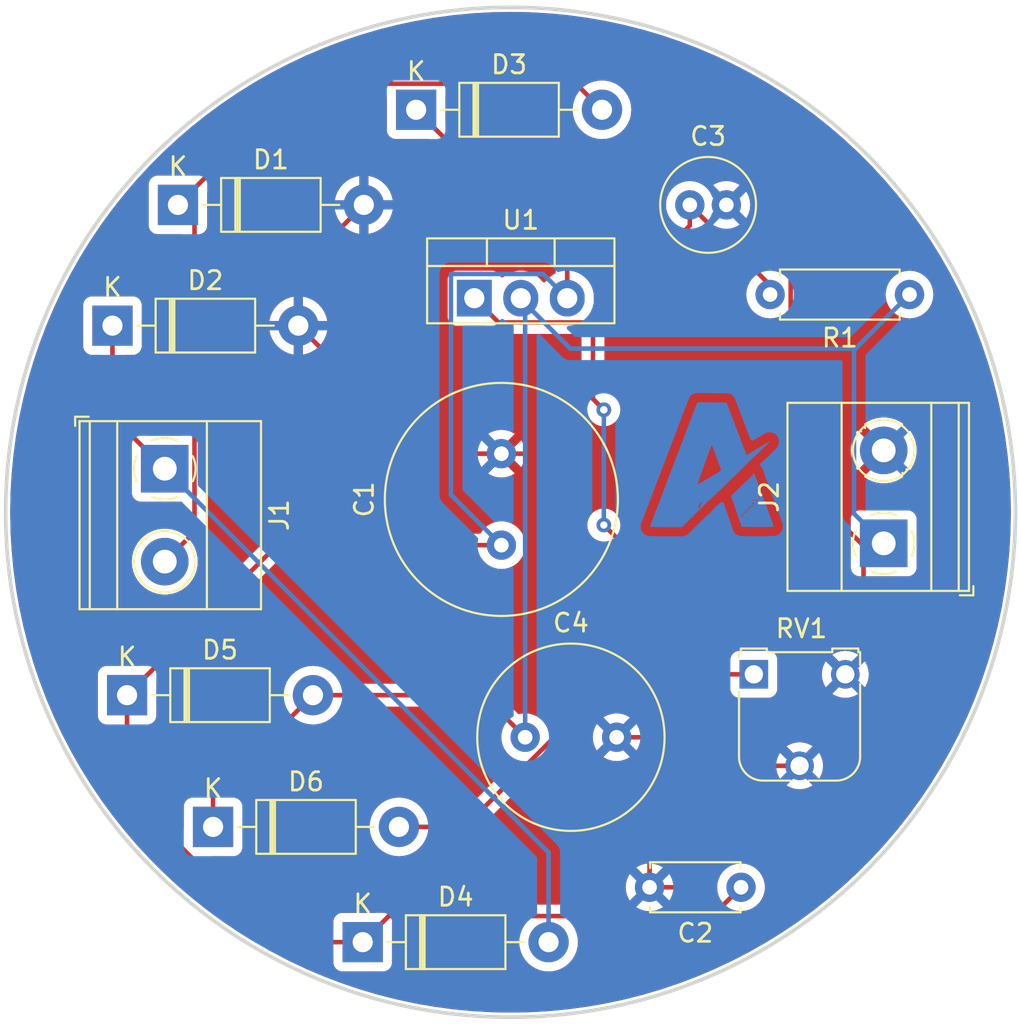
<source format=kicad_pcb>
(kicad_pcb (version 20221018) (generator pcbnew)
  (layers (0 "F.Cu" signal) (31 "B.Cu" signal) (34 "B.Paste" user) (35 "F.Paste" user) (36 "B.SilkS" user "B.Silkscreen") (37 "F.SilkS" user "F.Silkscreen") (38 "B.Mask" user) (39 "F.Mask" user) (44 "Edge.Cuts" user))
  (net 0 "")
  (net 1 "GND")
  (net 2 "Net-(D1-K)")
  (net 3 "Net-(D5-A)")
  (net 4 "Net-(D6-A)")
  (net 5 "Net-(D3-K)")
  (net 6 "Net-(D2-K)")
  (footprint "Capacitor_THT:C_Radial_D12.5mm_H20.0mm_P5.00mm" (layer "F.Cu") (at 67.9 67.6 90)
    (fp_text reference "C1")
    (fp_text value "1000uf")
  )
  (footprint "TerminalBlock_Phoenix:TerminalBlock_Phoenix_MKDS-1,5-2-5.08_1x02_P5.08mm_Horizontal" (layer "F.Cu") (at 49.5 63.42 -90)
    (fp_text reference "J1")
    (fp_text value "Screw_Terminal_01x02")
  )
  (footprint "Package_TO_SOT_THT:TO-220-3_Vertical" (layer "F.Cu") (at 66.42 54.1)
    (fp_text reference "U1")
    (fp_text value "LM317_TO-220")
  )
  (footprint "Diode_THT:D_DO-41_SOD81_P10.16mm_Horizontal" (layer "F.Cu") (at 63.24 43.8)
    (fp_text reference "D3")
    (fp_text value "1N4007")
  )
  (footprint "Resistor_THT:R_Axial_DIN0207_L6.3mm_D2.5mm_P7.62mm_Horizontal" (layer "F.Cu") (at 90.21 53.9 180)
    (fp_text reference "R1")
    (fp_text value "220")
  )
  (footprint "Diode_THT:D_DO-41_SOD81_P10.16mm_Horizontal" (layer "F.Cu") (at 60.32 89.3)
    (fp_text reference "D4")
    (fp_text value "1N4007")
  )
  (footprint "Diode_THT:D_DO-41_SOD81_P10.16mm_Horizontal" (layer "F.Cu") (at 50.22 49)
    (fp_text reference "D1")
    (fp_text value "1N4007")
  )
  (footprint "Potentiometer_THT:Potentiometer_Runtron_RM-065_Vertical" (layer "F.Cu") (at 81.7 74.66)
    (fp_text reference "RV1")
    (fp_text value "R_Potentiometer")
  )
  (footprint "Diode_THT:D_DO-41_SOD81_P10.16mm_Horizontal" (layer "F.Cu") (at 52.14 83)
    (fp_text reference "D6")
    (fp_text value "1N4007")
  )
  (footprint "Capacitor_THT:C_Radial_D5.0mm_H11.0mm_P2.00mm" (layer "F.Cu") (at 78.2 49)
    (fp_text reference "C3")
    (fp_text value "10uf")
  )
  (footprint "Capacitor_THT:C_Radial_D10.0mm_H12.5mm_P5.00mm" (layer "F.Cu") (at 69.2 78.1)
    (fp_text reference "C4")
    (fp_text value "470uf")
  )
  (footprint "Diode_THT:D_DO-41_SOD81_P10.16mm_Horizontal" (layer "F.Cu") (at 47.44 75.8)
    (fp_text reference "D5")
    (fp_text value "1N4007")
  )
  (footprint "Diode_THT:D_DO-41_SOD81_P10.16mm_Horizontal" (layer "F.Cu") (at 46.64 55.6)
    (fp_text reference "D2")
    (fp_text value "1N4007")
  )
  (footprint "Capacitor_THT:C_Disc_D4.7mm_W2.5mm_P5.00mm" (layer "F.Cu") (at 81 86.3 180)
    (fp_text reference "C2")
    (fp_text value "0.1uf")
  )
  (footprint "TerminalBlock_Phoenix:TerminalBlock_Phoenix_MKDS-1,5-2-5.08_1x02_P5.08mm_Horizontal" (layer "F.Cu") (at 88.8 67.5 90)
    (fp_text reference "J2")
    (fp_text value "Screw_Terminal_01x02")
  )
  (gr_poly (pts (xy 79.412019 59.792166) (xy 80.210708 59.800633) (xy 80.543731 60.675522) (xy 81.043264 61.987856) (xy 81.101087 62.141617) (xy 81.151832 62.274972) (xy 81.195565 62.388153) (xy 81.232353 62.481391) (xy 81.262262 62.554918) (xy 81.285358 62.608964) (xy 81.294371 62.628755) (xy 81.301707 62.643762) (xy 81.307372 62.654016) (xy 81.311375 62.659544) (xy 81.315085 62.660527) (xy 81.322272 62.659075) (xy 81.348813 62.647858) (xy 81.394471 62.623875) (xy 81.462717 62.585108) (xy 81.680866 62.455153) (xy 82.031042 62.241855) (xy 82.253479 62.105788) (xy 82.414599 62.008978) (xy 82.473013 61.975408) (xy 82.517114 61.951789) (xy 82.547243 61.938166) (xy 82.557173 61.935118) (xy 82.563736 61.934586) (xy 82.565769 61.935265) (xy 82.566976 61.936575) (xy 82.566935 61.941092) (xy 82.563654 61.948142) (xy 82.557177 61.957731) (xy 82.534802 61.984549) (xy 82.500148 62.02159) (xy 82.395362 62.126525) (xy 82.245531 62.2729) (xy 82.079637 62.4324) (xy 81.938614 62.566764) (xy 81.881894 62.619972) (xy 81.836749 62.66144) (xy 81.804966 62.689348) (xy 81.794643 62.697649) (xy 81.78833 62.701877) (xy 81.77084 62.716209) (xy 81.734664 62.749326) (xy 81.615117 62.86345) (xy 81.447415 63.027315) (xy 81.249287 63.223988) (xy 80.551007 63.913096) (xy 79.875217 64.56913) (xy 79.356589 65.06271) (xy 79.198297 65.208148) (xy 79.151771 65.248454) (xy 79.129797 65.264455) (xy 79.127425 65.265298) (xy 79.125073 65.266236) (xy 79.120443 65.268385) (xy 79.115938 65.270873) (xy 79.111585 65.273671) (xy 79.107414 65.276751) (xy 79.103455 65.280082) (xy 79.099735 65.283637) (xy 79.096283 65.287386) (xy 79.09313 65.2913) (xy 79.090303 65.295351) (xy 79.087831 65.299509) (xy 79.086738 65.301619) (xy 79.085744 65.303746) (xy 79.084854 65.305885) (xy 79.08407 65.308032) (xy 79.083398 65.310185) (xy 79.082839 65.312339) (xy 79.082398 65.314491) (xy 79.082079 65.316638) (xy 79.081885 65.318775) (xy 79.081819 65.320899) (xy 79.081737 65.323007) (xy 79.081494 65.325097) (xy 79.081094 65.327166) (xy 79.08054 65.329212) (xy 79.079838 65.331233) (xy 79.078991 65.333227) (xy 79.078004 65.335193) (xy 79.07688 65.337127) (xy 79.075624 65.339029) (xy 79.07424 65.340895) (xy 79.071104 65.344514) (xy 79.067504 65.347967) (xy 79.063475 65.351238) (xy 79.059049 65.354311) (xy 79.054259 65.35717) (xy 79.049138 65.359796) (xy 79.043719 65.362175) (xy 79.038036 65.364288) (xy 79.032122 65.366121) (xy 79.026009 65.367656) (xy 79.019731 65.368877) (xy 79.012025 65.370133) (xy 79.008348 65.370909) (xy 79.004787 65.371782) (xy 79.001345 65.372753) (xy 78.99802 65.37382) (xy 78.994815 65.374983) (xy 78.991729 65.376242) (xy 78.988763 65.377595) (xy 78.985917 65.379044) (xy 78.983192 65.380586) (xy 78.980589 65.382222) (xy 78.978107 65.383951) (xy 78.975749 65.385773) (xy 78.973513 65.387686) (xy 78.9714 65.389691) (xy 78.969412 65.391787) (xy 78.967548 65.393973) (xy 78.965809 65.39625) (xy 78.964196 65.398615) (xy 78.962709 65.40107) (xy 78.961348 65.403613) (xy 78.960115 65.406243) (xy 78.959009 65.408962) (xy 78.958031 65.411766) (xy 78.957182 65.414658) (xy 78.956463 65.417635) (xy 78.955873 65.420697) (xy 78.955413 65.423844) (xy 78.955084 65.427075) (xy 78.954886 65.43039) (xy 78.95482 65.433788) (xy 78.954787 65.436425) (xy 78.95469 65.439041) (xy 78.954531 65.441633) (xy 78.954313 65.444195) (xy 78.954036 65.446725) (xy 78.953703 65.449217) (xy 78.953317 65.451668) (xy 78.952879 65.454073) (xy 78.952392 65.456429) (xy 78.951857 65.458731) (xy 78.951276 65.460975) (xy 78.950652 65.463157) (xy 78.949987 65.465273) (xy 78.949283 65.467319) (xy 78.948541 65.46929) (xy 78.947764 65.471183) (xy 78.946954 65.472993) (xy 78.946113 65.474716) (xy 78.945243 65.476349) (xy 78.944346 65.477886) (xy 78.943425 65.479324) (xy 78.942481 65.480659) (xy 78.941516 65.481886) (xy 78.940532 65.483001) (xy 78.939532 65.484001) (xy 78.938517 65.484881) (xy 78.93749 65.485637) (xy 78.936453 65.486265) (xy 78.935407 65.48676) (xy 78.934356 65.487119) (xy 78.9333 65.487338) (xy 78.932242 65.487411) (xy 78.926703 65.49034) (xy 78.915578 65.498932) (xy 78.877781 65.531949) (xy 78.821265 65.584149) (xy 78.748444 65.653217) (xy 78.563545 65.832692) (xy 78.342397 66.051855) (xy 77.77513 66.613478) (xy 76.897419 66.613478) (xy 76.721146 66.612971) (xy 76.55668 66.611538) (xy 76.407626 66.609311) (xy 76.277589 66.606422) (xy 76.170174 66.603005) (xy 76.088985 66.59919) (xy 76.037628 66.595111) (xy 76.024263 66.593013) (xy 76.020856 66.591957) (xy 76.019708 66.590899) (xy 76.033059 66.549145) (xy 76.068833 66.450009) (xy 76.181986 66.147458) (xy 76.30784 65.818978) (xy 76.395064 65.6003) (xy 76.406176 65.573329) (xy 76.414643 65.552278) (xy 76.421258 65.534865) (xy 76.426814 65.518808) (xy 76.430759 65.506147) (xy 78.676687 65.506147) (xy 78.676753 65.515458) (xy 78.677306 65.524277) (xy 78.678357 65.532543) (xy 78.679917 65.540196) (xy 78.681999 65.547174) (xy 78.684612 65.553419) (xy 78.68777 65.558868) (xy 78.691482 65.563462) (xy 78.695761 65.567141) (xy 78.700617 65.569843) (xy 78.706063 65.571509) (xy 78.712109 65.572078) (xy 78.717732 65.57178) (xy 78.720396 65.571406) (xy 78.722962 65.570882) (xy 78.725431 65.570207) (xy 78.727804 65.56938) (xy 78.73008 65.568402) (xy 78.732261 65.567271) (xy 78.734347 65.565987) (xy 78.736338 65.56455) (xy 78.738235 65.562959) (xy 78.740039 65.561213) (xy 78.741749 65.559313) (xy 78.743367 65.557256) (xy 78.744893 65.555044) (xy 78.746328 65.552675) (xy 78.748925 65.547465) (xy 78.751162 65.541623) (xy 78.753044 65.535144) (xy 78.754574 65.528024) (xy 78.755757 65.52026) (xy 78.756597 65.511846) (xy 78.757098 65.50278) (xy 78.757264 65.493056) (xy 78.757557 65.484435) (xy 78.758416 65.475549) (xy 78.759813 65.466465) (xy 78.761718 65.457248) (xy 78.764103 65.447966) (xy 78.766938 65.438683) (xy 78.770195 65.429467) (xy 78.773845 65.420383) (xy 78.777858 65.411498) (xy 78.782206 65.402877) (xy 78.786861 65.394586) (xy 78.791792 65.386693) (xy 78.796971 65.379263) (xy 78.80237 65.372361) (xy 78.807958 65.366056) (xy 78.813708 65.360411) (xy 78.819458 65.35506) (xy 78.825047 65.349613) (xy 78.830445 65.344108) (xy 78.835625 65.338583) (xy 78.840556 65.333074) (xy 78.84521 65.327619) (xy 78.849559 65.322255) (xy 78.853572 65.317019) (xy 78.857222 65.311949) (xy 78.860479 65.307081) (xy 78.863314 65.302453) (xy 78.865699 65.298101) (xy 78.867604 65.294064) (xy 78.869001 65.290379) (xy 78.8695 65.288679) (xy 78.86986 65.287082) (xy 78.870079 65.285591) (xy 78.870153 65.284211) (xy 78.870021 65.280911) (xy 78.86963 65.277892) (xy 78.868983 65.27515) (xy 78.868086 65.272685) (xy 78.866943 65.270495) (xy 78.865558 65.268578) (xy 78.863937 65.266933) (xy 78.862083 65.265558) (xy 78.860002 65.264452) (xy 78.857699 65.263613) (xy 78.855177 65.263039) (xy 78.852442 65.26273) (xy 78.849499 65.262683) (xy 78.846351 65.262898) (xy 78.843003 65.263371) (xy 78.839461 65.264103) (xy 78.831811 65.266333) (xy 78.823437 65.269576) (xy 78.814378 65.27382) (xy 78.804669 65.279052) (xy 78.794348 65.285259) (xy 78.783452 65.29243) (xy 78.77202 65.300552) (xy 78.760086 65.309612) (xy 78.752804 65.316075) (xy 78.745781 65.323256) (xy 78.739029 65.331093) (xy 78.732559 65.339526) (xy 78.726382 65.348494) (xy 78.720511 65.357937) (xy 78.714955 65.367794) (xy 78.709727 65.378006) (xy 78.704839 65.388511) (xy 78.7003 65.399249) (xy 78.69232 65.421183) (xy 78.685878 65.443323) (xy 78.681064 65.465186) (xy 78.679296 65.475863) (xy 78.67797 65.486289) (xy 78.677097 65.496404) (xy 78.676687 65.506147) (xy 76.430759 65.506147) (xy 76.432106 65.501825) (xy 76.437927 65.481634) (xy 76.454331 65.4225) (xy 76.45704 65.414668) (xy 76.459865 65.407072) (xy 76.462789 65.399748) (xy 76.465796 65.392735) (xy 76.468869 65.386068) (xy 76.471992 65.379786) (xy 76.475147 65.373926) (xy 76.47832 65.368525) (xy 76.479907 65.366008) (xy 76.481492 65.36362) (xy 76.483073 65.361365) (xy 76.484648 65.359248) (xy 76.486214 65.357274) (xy 76.48777 65.355447) (xy 76.489314 65.353772) (xy 76.490843 65.352253) (xy 76.492356 65.350896) (xy 76.49385 65.349704) (xy 76.495324 65.348683) (xy 76.496774 65.347838) (xy 76.4982 65.347172) (xy 76.499599 65.34669) (xy 76.500969 65.346398) (xy 76.502308 65.3463) (xy 76.503623 65.346234) (xy 76.504919 65.346039) (xy 76.506196 65.345718) (xy 76.507451 65.345275) (xy 76.508684 65.344711) (xy 76.509893 65.34403) (xy 76.511075 65.343236) (xy 76.51223 65.342331) (xy 76.514452 65.340202) (xy 76.516546 65.337668) (xy 76.5185 65.334753) (xy 76.5203 65.331483) (xy 76.521935 65.327882) (xy 76.523393 65.323976) (xy 76.52466 65.319788) (xy 76.525724 65.315344) (xy 76.526574 65.310668) (xy 76.527196 65.305786) (xy 76.527578 65.300722) (xy 76.527708 65.2955) (xy 76.52797 65.290028) (xy 76.528739 65.283208) (xy 76.531721 65.265955) (xy 76.536489 65.244601) (xy 76.542878 65.220006) (xy 76.550722 65.193029) (xy 76.559855 65.164531) (xy 76.570114 65.135372) (xy 76.581331 65.106411) (xy 76.84027 64.421669) (xy 76.901303 64.262461) (xy 78.630928 64.262461) (xy 78.631002 64.264533) (xy 78.631203 64.26634) (xy 78.631528 64.2679) (xy 78.631969 64.26923) (xy 78.632522 64.27035) (xy 78.63318 64.271276) (xy 78.633938 64.272026) (xy 78.63479 64.272618) (xy 78.63573 64.273071) (xy 78.636753 64.273401) (xy 78.637852 64.273626) (xy 78.639022 64.273765) (xy 78.641553 64.273855) (xy 78.65627 64.267456) (xy 78.690501 64.249117) (xy 78.80877 64.18178) (xy 78.978897 64.082165) (xy 79.18342 63.960589) (xy 79.579236 63.722816) (xy 79.801486 63.590877) (xy 79.840071 63.568432) (xy 79.8731 63.548897) (xy 79.886456 63.540799) (xy 79.897133 63.534124) (xy 79.904701 63.529103) (xy 79.907185 63.527285) (xy 79.908731 63.525967) (xy 79.910369 63.522949) (xy 79.910853 63.517566) (xy 79.907188 63.496333) (xy 79.895386 63.455521) (xy 79.8731 63.388383) (xy 79.787684 63.148141) (xy 79.632153 62.721633) (xy 79.552866 62.506703) (xy 79.51696 62.411376) (xy 79.484692 62.327227) (xy 79.456922 62.256573) (xy 79.434509 62.201727) (xy 79.418314 62.165005) (xy 79.412817 62.154164) (xy 79.409197 62.148722) (xy 79.404612 62.146398) (xy 79.398978 62.148788) (xy 79.382474 62.173063) (xy 79.35552 62.232264) (xy 79.313947 62.337105) (xy 79.170278 62.726572) (xy 78.91813 63.427189) (xy 78.820009 63.700173) (xy 78.780148 63.811339) (xy 78.745931 63.907143) (xy 78.730823 63.949641) (xy 78.716989 63.988726) (xy 78.704381 64.024541) (xy 78.692954 64.057228) (xy 78.682661 64.086931) (xy 78.673458 64.113791) (xy 78.665297 64.137952) (xy 78.658134 64.159555) (xy 78.651921 64.178745) (xy 78.646612 64.195663) (xy 78.642163 64.210452) (xy 78.640246 64.217092) (xy 78.638527 64.223254) (xy 78.636999 64.228955) (xy 78.635657 64.234212) (xy 78.634496 64.239045) (xy 78.633509 64.24347) (xy 78.63269 64.247505) (xy 78.632035 64.251168) (xy 78.631537 64.254478) (xy 78.63119 64.257451) (xy 78.630989 64.260106) (xy 78.630928 64.262461) (xy 76.901303 64.262461) (xy 77.145775 63.624745) (xy 78.252087 60.717856) (xy 78.465164 60.161878) (xy 78.53863 59.97173) (xy 78.576642 59.876833) (xy 78.613331 59.786522)) (fill solid) (layer "B.Cu"))
  (gr_poly (pts (xy 81.063642 65.922121) (xy 81.064925 65.922301) (xy 81.066222 65.92259) (xy 81.067529 65.922988) (xy 81.068844 65.923498) (xy 81.070164 65.92412) (xy 81.071486 65.924856) (xy 81.074593 65.926572) (xy 81.07756 65.928532) (xy 81.080379 65.930716) (xy 81.08304 65.933102) (xy 81.085535 65.93567) (xy 81.087857 65.938399) (xy 81.089997 65.941268) (xy 81.091947 65.944258) (xy 81.093699 65.947347) (xy 81.095244 65.950514) (xy 81.096574 65.95374) (xy 81.09768 65.957002) (xy 81.098555 65.960281) (xy 81.09919 65.963556) (xy 81.099578 65.966806) (xy 81.099709 65.97001) (xy 81.099676 65.971325) (xy 81.099578 65.972621) (xy 81.099416 65.973898) (xy 81.09919 65.975153) (xy 81.098903 65.976386) (xy 81.098555 65.977594) (xy 81.098147 65.978777) (xy 81.09768 65.979932) (xy 81.097155 65.981059) (xy 81.096574 65.982154) (xy 81.095936 65.983218) (xy 81.095244 65.984248) (xy 81.094498 65.985243) (xy 81.093699 65.986202) (xy 81.092848 65.987122) (xy 81.091947 65.988002) (xy 81.090997 65.988841) (xy 81.089997 65.989637) (xy 81.088951 65.990389) (xy 81.087857 65.991095) (xy 81.086719 65.991753) (xy 81.085535 65.992362) (xy 81.084309 65.99292) (xy 81.08304 65.993427) (xy 81.081729 65.993879) (xy 81.080379 65.994276) (xy 81.078989 65.994617) (xy 81.07756 65.994898) (xy 81.076095 65.99512) (xy 81.074593 65.995281) (xy 81.073057 65.995378) (xy 81.071486 65.995411) (xy 81.070164 65.995354) (xy 81.068844 65.995183) (xy 81.067529 65.994902) (xy 81.066222 65.994513) (xy 81.064925 65.994018) (xy 81.063642 65.993421) (xy 81.062373 65.992723) (xy 81.061123 65.991927) (xy 81.058688 65.990054) (xy 81.056355 65.987821) (xy 81.054147 65.985249) (xy 81.052083 65.982358) (xy 81.050185 65.97917) (xy 81.048473 65.975705) (xy 81.046967 65.971984) (xy 81.045689 65.968027) (xy 81.044659 65.963855) (xy 81.043898 65.959488) (xy 81.043426 65.954948) (xy 81.043264 65.950255) (xy 81.043305 65.948172) (xy 81.043426 65.946156) (xy 81.043624 65.94421) (xy 81.043898 65.942334) (xy 81.044244 65.940531) (xy 81.044659 65.938802) (xy 81.045142 65.937148) (xy 81.045689 65.935571) (xy 81.046299 65.934072) (xy 81.046967 65.932654) (xy 81.047693 65.931317) (xy 81.048473 65.930064) (xy 81.049305 65.928895) (xy 81.050185 65.927813) (xy 81.051112 65.926819) (xy 81.052083 65.925914) (xy 81.053096 65.925099) (xy 81.054147 65.924378) (xy 81.055234 65.92375) (xy 81.056355 65.923218) (xy 81.057507 65.922783) (xy 81.058688 65.922447) (xy 81.059894 65.922211) (xy 81.061123 65.922077) (xy 81.062373 65.922047)) (fill solid) (layer "B.Cu"))
  (gr_poly (pts (xy 81.733937 63.68395) (xy 81.736272 63.684563) (xy 81.738415 63.685534) (xy 81.739414 63.686154) (xy 81.740364 63.686864) (xy 81.742117 63.688553) (xy 81.743671 63.690602) (xy 81.745024 63.69301) (xy 81.746175 63.69578) (xy 81.747122 63.698911) (xy 81.747861 63.702403) (xy 81.748392 63.706258) (xy 81.748712 63.710475) (xy 81.748819 63.715056) (xy 81.749308 63.720026) (xy 81.750743 63.727431) (xy 81.756272 63.748967) (xy 81.765042 63.778506) (xy 81.776689 63.814892) (xy 81.79085 63.856966) (xy 81.80716 63.903571) (xy 81.825257 63.95355) (xy 81.844775 64.005744) (xy 81.956606 64.300666) (xy 82.087486 64.654856) (xy 82.220836 65.012925) (xy 82.33302 65.318078) (xy 82.524931 65.840189) (xy 82.705553 66.328433) (xy 82.714841 66.352588) (xy 82.723638 66.376284) (xy 82.731914 66.399393) (xy 82.73964 66.421787) (xy 82.746787 66.443337) (xy 82.753327 66.463916) (xy 82.75923 66.483396) (xy 82.764467 66.501647) (xy 82.76901 66.518542) (xy 82.772829 66.533954) (xy 82.775896 66.547753) (xy 82.778181 66.559811) (xy 82.779656 66.570001) (xy 82.780292 66.578194) (xy 82.78006 66.584263) (xy 82.779609 66.58646) (xy 82.77893 66.588078) (xy 82.773103 66.590656) (xy 82.759037 66.593094) (xy 82.707625 66.597515) (xy 82.521756 66.604305) (xy 82.24434 66.607921) (xy 81.898398 66.607834) (xy 81.034798 66.602189) (xy 80.913442 66.249411) (xy 80.792972 65.896517) (xy 81.025599 65.896517) (xy 81.025614 65.906246) (xy 81.02633 65.9305) (xy 81.02687 65.938087) (xy 81.027936 65.94549) (xy 81.029494 65.952689) (xy 81.031506 65.959665) (xy 81.033938 65.966399) (xy 81.036755 65.972872) (xy 81.039919 65.979066) (xy 81.043396 65.98496) (xy 81.04715 65.990536) (xy 81.051145 65.995774) (xy 81.055346 66.000656) (xy 81.059718 66.005162) (xy 81.064223 66.009273) (xy 81.068827 66.01297) (xy 81.073494 66.016235) (xy 81.078189 66.019047) (xy 81.082875 66.021388) (xy 81.087518 66.023238) (xy 81.09208 66.024579) (xy 81.096528 66.025392) (xy 81.100824 66.025656) (xy 81.104935 66.025354) (xy 81.108822 66.024465) (xy 81.112452 66.022972) (xy 81.115789 66.020854) (xy 81.118796 66.018093) (xy 81.121439 66.014669) (xy 81.123681 66.010564) (xy 81.125487 66.005758) (xy 81.126821 66.000233) (xy 81.127647 65.993968) (xy 81.127931 65.986945) (xy 81.12767 65.982552) (xy 81.1269 65.977861) (xy 81.125642 65.972905) (xy 81.123918 65.967718) (xy 81.121747 65.962332) (xy 81.11915 65.956782) (xy 81.116148 65.951098) (xy 81.112761 65.945316) (xy 81.109011 65.939468) (xy 81.104918 65.933586) (xy 81.100502 65.927705) (xy 81.095784 65.921856) (xy 81.090785 65.916074) (xy 81.085526 65.910391) (xy 81.080027 65.90484) (xy 81.074309 65.899455) (xy 81.065832 65.891556) (xy 81.058356 65.884815) (xy 81.051823 65.879264) (xy 81.046174 65.874937) (xy 81.043664 65.873243) (xy 81.041353 65.871867) (xy 81.039234 65.870813) (xy 81.0373 65.870086) (xy 81.035544 65.86969) (xy 81.033958 65.869629) (xy 81.032536 65.869906) (xy 81.03127 65.870527) (xy 81.030152 65.871495) (xy 81.029176 65.872815) (xy 81.028335 65.87449) (xy 81.02762 65.876525) (xy 81.027026 65.878923) (xy 81.026544 65.881689) (xy 81.02589 65.888343) (xy 81.025599 65.896517) (xy 80.792972 65.896517) (xy 80.778681 65.854652) (xy 80.777585 65.851477) (xy 81.127931 65.851477) (xy 81.127964 65.853073) (xy 81.128062 65.854682) (xy 81.128224 65.856303) (xy 81.128449 65.857932) (xy 81.128736 65.859568) (xy 81.129084 65.861207) (xy 81.129492 65.862848) (xy 81.129959 65.864486) (xy 81.131066 65.867749) (xy 81.132395 65.870974) (xy 81.13394 65.874142) (xy 81.135692 65.877231) (xy 81.137641 65.88022) (xy 81.138688 65.881671) (xy 81.139782 65.88309) (xy 81.14092 65.884473) (xy 81.142104 65.885819) (xy 81.14333 65.887125) (xy 81.144599 65.888387) (xy 81.145909 65.889604) (xy 81.14726 65.890773) (xy 81.14865 65.891891) (xy 81.150078 65.892957) (xy 81.151544 65.893966) (xy 81.153045 65.894917) (xy 81.154582 65.895807) (xy 81.156153 65.896633) (xy 81.157699 65.897369) (xy 81.159163 65.897991) (xy 81.160546 65.8985) (xy 81.161847 65.898899) (xy 81.163068 65.899187) (xy 81.164208 65.899368) (xy 81.165269 65.899442) (xy 81.166251 65.899411) (xy 81.167155 65.899277) (xy 81.16798 65.899041) (xy 81.168728 65.898705) (xy 81.169399 65.89827) (xy 81.169993 65.897738) (xy 81.170511 65.897111) (xy 81.170954 65.896389) (xy 81.171322 65.895575) (xy 81.171616 65.89467) (xy 81.171836 65.893675) (xy 81.171982 65.892593) (xy 81.172056 65.891424) (xy 81.172057 65.890171) (xy 81.171986 65.888834) (xy 81.171631 65.885917) (xy 81.170995 65.882686) (xy 81.170082 65.879154) (xy 81.168896 65.875332) (xy 81.167442 65.871233) (xy 81.16559 65.866594) (xy 81.163742 65.862205) (xy 81.161902 65.858066) (xy 81.160072 65.854178) (xy 81.158257 65.850542) (xy 81.15646 65.84716) (xy 81.154684 65.844032) (xy 81.152934 65.841159) (xy 81.151213 65.838542) (xy 81.149524 65.836183) (xy 81.147871 65.834082) (xy 81.146259 65.83224) (xy 81.144689 65.830659) (xy 81.143167 65.829339) (xy 81.141695 65.828282) (xy 81.140278 65.827489) (xy 81.138918 65.82696) (xy 81.13762 65.826696) (xy 81.136388 65.826699) (xy 81.135223 65.82697) (xy 81.134131 65.82751) (xy 81.133116 65.828319) (xy 81.132179 65.8294) (xy 81.131326 65.830752) (xy 81.13056 65.832377) (xy 81.129884 65.834275) (xy 81.129302 65.836449) (xy 81.128818 65.838899) (xy 81.128435 65.841625) (xy 81.128157 65.84463) (xy 81.127988 65.847914) (xy 81.127931 65.851477) (xy 80.777585 65.851477) (xy 80.757014 65.791857) (xy 81.200953 65.791857) (xy 81.201022 65.796422) (xy 81.20138 65.800946) (xy 81.202022 65.80541) (xy 81.202941 65.809795) (xy 81.204131 65.814083) (xy 81.205585 65.818255) (xy 81.207298 65.822293) (xy 81.209262 65.826178) (xy 81.211473 65.829892) (xy 81.213924 65.833415) (xy 81.216608 65.83673) (xy 81.219519 65.839817) (xy 81.222652 65.842658) (xy 81.225999 65.845235) (xy 81.229556 65.847528) (xy 81.233315 65.84952) (xy 81.23727 65.851191) (xy 81.241415 65.852523) (xy 81.245745 65.853498) (xy 81.250252 65.854096) (xy 81.254931 65.8543) (xy 81.257055 65.854259) (xy 81.259193 65.854136) (xy 81.261341 65.853935) (xy 81.263497 65.853655) (xy 81.265656 65.853298) (xy 81.267817 65.852867) (xy 81.272129 65.851786) (xy 81.276408 65.850424) (xy 81.280629 65.848793) (xy 81.284767 65.846906) (xy 81.288798 65.844775) (xy 81.292696 65.842412) (xy 81.296437 65.83983) (xy 81.299997 65.837042) (xy 81.30335 65.834059) (xy 81.304941 65.832499) (xy 81.306471 65.830895) (xy 81.307937 65.829248) (xy 81.309336 65.82756) (xy 81.310664 65.825834) (xy 81.311919 65.824069) (xy 81.313098 65.822268) (xy 81.314197 65.820433) (xy 81.316579 65.816895) (xy 81.318436 65.813692) (xy 81.319169 65.812217) (xy 81.319772 65.810827) (xy 81.320246 65.809524) (xy 81.320591 65.808306) (xy 81.320809 65.807176) (xy 81.320898 65.806132) (xy 81.320861 65.805177) (xy 81.320696 65.80431) (xy 81.320406 65.803532) (xy 81.31999 65.802843) (xy 81.319449 65.802244) (xy 81.318784 65.801736) (xy 81.317994 65.801318) (xy 81.317081 65.800992) (xy 81.316045 65.800758) (xy 81.314887 65.800617) (xy 81.313606 65.800568) (xy 81.312204 65.800613) (xy 81.310682 65.800753) (xy 81.309038 65.800986) (xy 81.305393 65.801739) (xy 81.301272 65.802877) (xy 81.29668 65.804403) (xy 81.29162 65.806322) (xy 81.285597 65.808204) (xy 81.280215 65.809602) (xy 81.275453 65.810495) (xy 81.273299 65.810747) (xy 81.271291 65.810864) (xy 81.269428 65.810845) (xy 81.267707 65.810687) (xy 81.266126 65.810387) (xy 81.264682 65.809944) (xy 81.263372 65.809353) (xy 81.262194 65.808613) (xy 81.261145 65.807721) (xy 81.260222 65.806675) (xy 81.259424 65.805471) (xy 81.258747 65.804108) (xy 81.258189 65.802583) (xy 81.257747 65.800893) (xy 81.257419 65.799035) (xy 81.257202 65.797007) (xy 81.257094 65.794807) (xy 81.257091 65.792431) (xy 81.257394 65.787144) (xy 81.258089 65.781126) (xy 81.259157 65.774355) (xy 81.260575 65.766811) (xy 81.263418 65.755829) (xy 81.265591 65.746162) (xy 81.267087 65.737802) (xy 81.267577 65.734109) (xy 81.267895 65.73074) (xy 81.26804 65.727693) (xy 81.26801 65.724967) (xy 81.267804 65.722562) (xy 81.267421 65.720476) (xy 81.266861 65.718708) (xy 81.266122 65.717258) (xy 81.265203 65.716124) (xy 81.264103 65.715305) (xy 81.262821 65.714801) (xy 81.261357 65.714609) (xy 81.259708 65.71473) (xy 81.257874 65.715162) (xy 81.255855 65.715904) (xy 81.253648 65.716955) (xy 81.251253 65.718314) (xy 81.248669 65.719979) (xy 81.245895 65.721951) (xy 81.242929 65.724228) (xy 81.236421 65.729692) (xy 81.229135 65.736363) (xy 81.221064 65.744233) (xy 81.217541 65.748025) (xy 81.214375 65.75198) (xy 81.211561 65.75608) (xy 81.209092 65.760306) (xy 81.206962 65.76464) (xy 81.205164 65.769062) (xy 81.203693 65.773555) (xy 81.202543 65.7781) (xy 81.201707 65.782677) (xy 81.201179 65.787269) (xy 81.200953 65.791857) (xy 80.757014 65.791857) (xy 80.714367 65.66826) (xy 81.301517 65.66826) (xy 81.301634 65.67288) (xy 81.302203 65.677558) (xy 81.303219 65.682261) (xy 81.304675 65.686956) (xy 81.306566 65.691608) (xy 81.308884 65.696184) (xy 81.311624 65.70065) (xy 81.314779 65.704974) (xy 81.318344 65.70912) (xy 81.322312 65.713056) (xy 81.326676 65.716749) (xy 81.331431 65.720164) (xy 81.336571 65.723268) (xy 81.342089 65.726027) (xy 81.347979 65.728408) (xy 81.354235 65.730377) (xy 81.360851 65.7319) (xy 81.36782 65.732945) (xy 81.382653 65.733854) (xy 81.393352 65.7344) (xy 81.397182 65.734505) (xy 81.400016 65.734482) (xy 81.401866 65.734319) (xy 81.402426 65.734181) (xy 81.402745 65.734003) (xy 81.402823 65.733783) (xy 81.402664 65.733521) (xy 81.402268 65.733214) (xy 81.401637 65.732861) (xy 81.399675 65.732012) (xy 81.396792 65.73096) (xy 81.388308 65.728198) (xy 81.376286 65.724477) (xy 81.373658 65.723651) (xy 81.371065 65.722762) (xy 81.368512 65.721812) (xy 81.366001 65.720806) (xy 81.361118 65.718636) (xy 81.356443 65.716275) (xy 81.351998 65.713749) (xy 81.347811 65.711083) (xy 81.343904 65.7083) (xy 81.340303 65.705427) (xy 81.337033 65.702488) (xy 81.33553 65.701001) (xy 81.334118 65.699507) (xy 81.332802 65.698009) (xy 81.331584 65.69651) (xy 81.330467 65.695013) (xy 81.329455 65.693521) (xy 81.32855 65.692037) (xy 81.327756 65.690565) (xy 81.327075 65.689107) (xy 81.326511 65.687667) (xy 81.326068 65.686248) (xy 81.325747 65.684852) (xy 81.325552 65.683483) (xy 81.325486 65.682144) (xy 81.32556 65.680598) (xy 81.32578 65.679134) (xy 81.326142 65.677751) (xy 81.326644 65.67645) (xy 81.327282 65.675229) (xy 81.328053 65.674089) (xy 81.328955 65.673028) (xy 81.329984 65.672046) (xy 81.331137 65.671143) (xy 81.332411 65.670317) (xy 81.333802 65.669569) (xy 81.335309 65.668899) (xy 81.338653 65.667786) (xy 81.342419 65.666975) (xy 81.346583 65.666462) (xy 81.351118 65.666242) (xy 81.356 65.666312) (xy 81.361205 65.666666) (xy 81.366708 65.667302) (xy 81.372483 65.668215) (xy 81.378506 65.669401) (xy 81.384753 65.670855) (xy 81.392329 65.673302) (xy 81.399189 65.675348) (xy 81.402355 65.676219) (xy 81.405347 65.676988) (xy 81.408166 65.677656) (xy 81.410815 65.67822) (xy 81.413293 65.678681) (xy 81.415604 65.679038) (xy 81.417748 65.67929) (xy 81.419728 65.679438) (xy 81.421544 65.67948) (xy 81.423198 65.679416) (xy 81.424692 65.679246) (xy 81.426028 65.678969) (xy 81.427207 65.678585) (xy 81.428229 65.678092) (xy 81.429098 65.677491) (xy 81.429815 65.676781) (xy 81.43038 65.675961) (xy 81.430797 65.675031) (xy 81.431065 65.673991) (xy 81.431187 65.672839) (xy 81.431165 65.671576) (xy 81.430999 65.670201) (xy 81.430692 65.668713) (xy 81.430245 65.667112) (xy 81.429659 65.665397) (xy 81.428936 65.663568) (xy 81.428078 65.661625) (xy 81.427087 65.659566) (xy 81.424711 65.656427) (xy 81.421844 65.65337) (xy 81.418523 65.650413) (xy 81.414783 65.647572) (xy 81.410664 65.644863) (xy 81.406201 65.642302) (xy 81.401432 65.639907) (xy 81.396394 65.637694) (xy 81.391126 65.63568) (xy 81.385662 65.63388) (xy 81.380042 65.632312) (xy 81.374302 65.630992) (xy 81.368479 65.629936) (xy 81.36261 65.629162) (xy 81.356734 65.628685) (xy 81.350886 65.628522) (xy 81.344014 65.628798) (xy 81.337682 65.629602) (xy 81.331883 65.630901) (xy 81.326611 65.632662) (xy 81.32186 65.63485) (xy 81.317623 65.637433) (xy 81.313895 65.640377) (xy 81.31067 65.643647) (xy 81.30794 65.647212) (xy 81.305701 65.651036) (xy 81.303945 65.655086) (xy 81.302666 65.659329) (xy 81.301859 65.663732) (xy 81.301517 65.66826) (xy 80.714367 65.66826) (xy 80.680708 65.570708) (xy 81.41151 65.570708) (xy 81.411555 65.574357) (xy 81.411884 65.577948) (xy 81.412498 65.581474) (xy 81.413398 65.584931) (xy 81.414586 65.588312) (xy 81.416062 65.591612) (xy 81.417827 65.594826) (xy 81.419883 65.597947) (xy 81.42223 65.600969) (xy 81.42487 65.603888) (xy 81.427804 65.606697) (xy 81.431031 65.609391) (xy 81.434555 65.611964) (xy 81.438375 65.614411) (xy 81.441385 65.615768) (xy 81.442768 65.616276) (xy 81.444069 65.616671) (xy 81.44529 65.616954) (xy 81.44643 65.617127) (xy 81.447491 65.61719) (xy 81.448473 65.617145) (xy 81.449377 65.616992) (xy 81.450202 65.616733) (xy 81.45095 65.616368) (xy 81.451621 65.615899) (xy 81.452215 65.615327) (xy 81.452734 65.614652) (xy 81.453177 65.613876) (xy 81.453545 65.613) (xy 81.453838 65.612024) (xy 81.454058 65.610951) (xy 81.454204 65.60978) (xy 81.454278 65.608513) (xy 81.454208 65.605695) (xy 81.453853 65.602505) (xy 81.453217 65.598951) (xy 81.452304 65.595041) (xy 81.451118 65.590784) (xy 81.449663 65.586189) (xy 81.447283 65.580632) (xy 81.445436 65.575605) (xy 81.444713 65.57329) (xy 81.444126 65.571107) (xy 81.443674 65.569057) (xy 81.443358 65.567139) (xy 81.443178 65.565353) (xy 81.443135 65.563699) (xy 81.44323 65.562178) (xy 81.443463 65.560789) (xy 81.443834 65.559532) (xy 81.444344 65.558407) (xy 81.444994 65.557415) (xy 81.445783 65.556555) (xy 81.446714 65.555828) (xy 81.447785 65.555232) (xy 81.448998 65.554769) (xy 81.450353 65.554438) (xy 81.451851 65.55424) (xy 81.453491 65.554174) (xy 81.455276 65.55424) (xy 81.457205 65.554438) (xy 81.459278 65.554769) (xy 81.461496 65.555232) (xy 81.463861 65.555827) (xy 81.466371 65.556555) (xy 81.471833 65.558407) (xy 81.477886 65.560788) (xy 81.484404 65.563167) (xy 81.490206 65.565005) (xy 81.495305 65.566289) (xy 81.497595 65.566719) (xy 81.499714 65.567006) (xy 81.501664 65.567148) (xy 81.503446 65.567144) (xy 81.505061 65.566993) (xy 81.506511 65.566692) (xy 81.507798 65.56624) (xy 81.508923 65.565635) (xy 81.509888 65.564877) (xy 81.510695 65.563963) (xy 81.511344 65.562892) (xy 81.511838 65.561663) (xy 81.512178 65.560273) (xy 81.512365 65.558721) (xy 81.512401 65.557006) (xy 81.512288 65.555127) (xy 81.512028 65.553081) (xy 81.511621 65.550866) (xy 81.511069 65.548483) (xy 81.510374 65.545928) (xy 81.508562 65.5403) (xy 81.506195 65.533968) (xy 81.503287 65.526922) (xy 81.500348 65.518485) (xy 81.497901 65.511152) (xy 81.495975 65.504902) (xy 81.494599 65.499714) (xy 81.494127 65.497512) (xy 81.493802 65.495568) (xy 81.49363 65.49388) (xy 81.493613 65.492444) (xy 81.493755 65.491258) (xy 81.49406 65.490319) (xy 81.494531 65.489626) (xy 81.495173 65.489175) (xy 81.495988 65.488964) (xy 81.49698 65.48899) (xy 81.498153 65.48925) (xy 81.499511 65.489743) (xy 81.501057 65.490465) (xy 81.502794 65.491414) (xy 81.506859 65.493982) (xy 81.511734 65.497426) (xy 81.517448 65.501726) (xy 81.531509 65.512811) (xy 81.533882 65.514621) (xy 81.536234 65.516348) (xy 81.538562 65.517988) (xy 81.540863 65.519541) (xy 81.543133 65.521005) (xy 81.545369 65.522379) (xy 81.547566 65.523661) (xy 81.549721 65.524849) (xy 81.551831 65.525942) (xy 81.553892 65.526939) (xy 81.5559 65.527837) (xy 81.557851 65.528636) (xy 81.559743 65.529333) (xy 81.561571 65.529928) (xy 81.563332 65.530418) (xy 81.565022 65.530802) (xy 81.566638 65.531079) (xy 81.568176 65.531247) (xy 81.569632 65.531304) (xy 81.571003 65.531249) (xy 81.572285 65.53108) (xy 81.573474 65.530796) (xy 81.574568 65.530396) (xy 81.575561 65.529876) (xy 81.576452 65.529238) (xy 81.577235 65.528477) (xy 81.577908 65.527594) (xy 81.578466 65.526586) (xy 81.578907 65.525452) (xy 81.579226 65.52419) (xy 81.57942 65.522799) (xy 81.579486 65.521278) (xy 81.579282 65.517136) (xy 81.578681 65.51318) (xy 81.5777 65.509415) (xy 81.576355 65.505844) (xy 81.574663 65.502471) (xy 81.57264 65.499301) (xy 81.570303 65.496337) (xy 81.567668 65.493584) (xy 81.564752 65.491047) (xy 81.561571 65.488728) (xy 81.558143 65.486633) (xy 81.554483 65.484765) (xy 81.550608 65.483128) (xy 81.546534 65.481728) (xy 81.542279 65.480567) (xy 81.537858 65.479649) (xy 81.533289 65.47898) (xy 81.528587 65.478563) (xy 81.523769 65.478403) (xy 81.518852 65.478503) (xy 81.513853 65.478867) (xy 81.508787 65.479501) (xy 81.503672 65.480407) (xy 81.498524 65.48159) (xy 81.493359 65.483054) (xy 81.488194 65.484803) (xy 81.483046 65.486842) (xy 81.47793 65.489175) (xy 81.472865 65.491805) (xy 81.467865 65.494736) (xy 81.462948 65.497974) (xy 81.458131 65.501522) (xy 81.453236 65.50525) (xy 81.448607 65.509022) (xy 81.444245 65.512832) (xy 81.44015 65.516675) (xy 81.436324 65.520544) (xy 81.432768 65.524435) (xy 81.429483 65.528342) (xy 81.426469 65.532258) (xy 81.423728 65.536178) (xy 81.421262 65.540097) (xy 81.41907 65.544008) (xy 81.417154 65.547907) (xy 81.415515 65.551787) (xy 81.414154 65.555642) (xy 81.413072 65.559468) (xy 81.41227 65.563258) (xy 81.411749 65.567007) (xy 81.41151 65.570708) (xy 80.680708 65.570708) (xy 80.622753 65.402744) (xy 80.618495 65.390397) (xy 81.582309 65.390397) (xy 81.582705 65.396549) (xy 81.583896 65.404095) (xy 81.58588 65.412938) (xy 81.588659 65.422985) (xy 81.59223 65.434139) (xy 81.596596 65.446307) (xy 81.601755 65.459392) (xy 81.607708 65.4733) (xy 81.610784 65.479815) (xy 81.613662 65.485598) (xy 81.616341 65.490645) (xy 81.618821 65.494952) (xy 81.619987 65.496826) (xy 81.621103 65.498515) (xy 81.62217 65.500016) (xy 81.623187 65.501329) (xy 81.624154 65.502455) (xy 81.625072 65.503391) (xy 81.62594 65.504139) (xy 81.626758 65.504697) (xy 81.627527 65.505065) (xy 81.628247 65.505242) (xy 81.628916 65.505228) (xy 81.629537 65.505022) (xy 81.630107 65.504624) (xy 81.630628 65.504034) (xy 81.631099 65.50325) (xy 81.631521 65.502272) (xy 81.631893 65.5011) (xy 81.632215 65.499733) (xy 81.632488 65.498171) (xy 81.632711 65.496413) (xy 81.632885 65.494458) (xy 81.633009 65.492307) (xy 81.633108 65.487411) (xy 81.632978 65.482988) (xy 81.632596 65.478217) (xy 81.631973 65.473149) (xy 81.631124 65.467832) (xy 81.630059 65.462317) (xy 81.628792 65.456653) (xy 81.627335 65.45089) (xy 81.6257 65.445078) (xy 81.6239 65.439265) (xy 81.621946 65.433502) (xy 81.619852 65.427839) (xy 81.61763 65.422324) (xy 81.615292 65.417007) (xy 81.612851 65.411939) (xy 81.610319 65.407168) (xy 81.607708 65.402744) (xy 81.601755 65.394328) (xy 81.596596 65.388066) (xy 81.59223 65.383862) (xy 81.590345 65.382503) (xy 81.588659 65.381622) (xy 81.58717 65.381209) (xy 81.58588 65.381251) (xy 81.584789 65.381736) (xy 81.583896 65.382653) (xy 81.583202 65.383989) (xy 81.582705 65.385733) (xy 81.582309 65.390397) (xy 80.618495 65.390397) (xy 80.590222 65.308404) (xy 81.625349 65.308404) (xy 81.625389 65.31041) (xy 81.625623 65.312457) (xy 81.626053 65.31455) (xy 81.626682 65.316692) (xy 81.627511 65.318888) (xy 81.628543 65.321141) (xy 81.629779 65.323457) (xy 81.631222 65.325839) (xy 81.632874 65.328291) (xy 81.634737 65.330818) (xy 81.636812 65.333423) (xy 81.641611 65.338886) (xy 81.647285 65.344712) (xy 81.653853 65.350936) (xy 81.66133 65.357589) (xy 81.666636 65.36217) (xy 81.671962 65.36639) (xy 81.677294 65.370251) (xy 81.682618 65.373756) (xy 81.687922 65.376908) (xy 81.693192 65.379708) (xy 81.698414 65.382161) (xy 81.703576 65.384268) (xy 81.708663 65.386031) (xy 81.713662 65.387454) (xy 81.718559 65.388539) (xy 81.723342 65.389289) (xy 81.727997 65.389706) (xy 81.73251 65.389793) (xy 81.736869 65.389552) (xy 81.741058 65.388986) (xy 81.745066 65.388098) (xy 81.748879 65.386889) (xy 81.752483 65.385364) (xy 81.755864 65.383523) (xy 81.75901 65.381371) (xy 81.761907 65.378909) (xy 81.764541 65.37614) (xy 81.766899 65.373067) (xy 81.768968 65.369692) (xy 81.770734 65.366018) (xy 81.772184 65.362047) (xy 81.773304 65.357782) (xy 81.774081 65.353225) (xy 81.774502 65.34838) (xy 81.774552 65.343249) (xy 81.774219 65.337834) (xy 81.774153 65.333369) (xy 81.773955 65.329499) (xy 81.773624 65.326225) (xy 81.773409 65.324811) (xy 81.773161 65.323546) (xy 81.77288 65.322429) (xy 81.772566 65.321462) (xy 81.772218 65.320643) (xy 81.771838 65.319974) (xy 81.771425 65.319453) (xy 81.770978 65.319081) (xy 81.770499 65.318857) (xy 81.769986 65.318783) (xy 81.76944 65.318857) (xy 81.768862 65.319081) (xy 81.76825 65.319453) (xy 81.767605 65.319974) (xy 81.766927 65.320643) (xy 81.766216 65.321462) (xy 81.765472 65.322429) (xy 81.764695 65.323546) (xy 81.763041 65.326225) (xy 81.761255 65.329499) (xy 81.759337 65.333369) (xy 81.757287 65.337834) (xy 81.75509 65.343167) (xy 81.752746 65.348061) (xy 81.750272 65.352519) (xy 81.747684 65.356547) (xy 81.745002 65.360152) (xy 81.742243 65.363339) (xy 81.739423 65.366113) (xy 81.736561 65.368481) (xy 81.733674 65.370447) (xy 81.73078 65.372019) (xy 81.727896 65.373201) (xy 81.72504 65.373998) (xy 81.72223 65.374418) (xy 81.719483 65.374465) (xy 81.716816 65.374145) (xy 81.714247 65.373464) (xy 81.711795 65.372427) (xy 81.709475 65.371041) (xy 81.707307 65.36931) (xy 81.705307 65.367241) (xy 81.703493 65.364839) (xy 81.701882 65.36211) (xy 81.700493 65.359059) (xy 81.699343 65.355693) (xy 81.698448 65.352016) (xy 81.697828 65.348036) (xy 81.697499 65.343756) (xy 81.69748 65.339184) (xy 81.697786 65.334324) (xy 81.698437 65.329183) (xy 81.69945 65.323765) (xy 81.700842 65.318078) (xy 81.703153 65.307527) (xy 81.704778 65.298102) (xy 81.705325 65.29381) (xy 81.705691 65.2898) (xy 81.705874 65.286071) (xy 81.705869 65.282623) (xy 81.705674 65.279457) (xy 81.705286 65.276571) (xy 81.704702 65.273967) (xy 81.703918 65.271643) (xy 81.702931 65.269601) (xy 81.701739 65.26784) (xy 81.700338 65.26636) (xy 81.698725 65.265161) (xy 81.696898 65.264243) (xy 81.694852 65.263607) (xy 81.692585 65.263251) (xy 81.690093 65.263177) (xy 81.687375 65.263383) (xy 81.684426 65.263871) (xy 81.681243 65.26464) (xy 81.677823 65.26569) (xy 81.674164 65.267021) (xy 81.670262 65.268633) (xy 81.666114 65.270527) (xy 81.661717 65.272701) (xy 81.652163 65.277894) (xy 81.641576 65.284211) (xy 81.637147 65.287887) (xy 81.635185 65.289711) (xy 81.633395 65.291531) (xy 81.631779 65.29335) (xy 81.630339 65.295174) (xy 81.629076 65.297006) (xy 81.627993 65.298851) (xy 81.627092 65.300712) (xy 81.626376 65.302594) (xy 81.625845 65.3045) (xy 81.625502 65.306436) (xy 81.625349 65.308404) (xy 80.590222 65.308404) (xy 80.544566 65.176001) (xy 81.650619 65.176001) (xy 81.650667 65.178103) (xy 81.65085 65.179965) (xy 81.651172 65.181591) (xy 81.651637 65.182984) (xy 81.652248 65.184145) (xy 81.653008 65.185079) (xy 81.653923 65.185786) (xy 81.654994 65.18627) (xy 81.656226 65.186534) (xy 81.657622 65.186579) (xy 81.659187 65.186409) (xy 81.660923 65.186026) (xy 81.662834 65.185433) (xy 81.664923 65.184632) (xy 81.667196 65.183626) (xy 81.672302 65.181008) (xy 81.678181 65.177601) (xy 81.684863 65.173425) (xy 81.692375 65.1685) (xy 81.694988 65.166888) (xy 81.695512 65.166547) (xy 81.806817 65.166547) (xy 81.806848 65.1706) (xy 81.807122 65.174647) (xy 81.80764 65.178669) (xy 81.808404 65.182653) (xy 81.809415 65.186581) (xy 81.810676 65.190438) (xy 81.812187 65.194208) (xy 81.813951 65.197875) (xy 81.815968 65.201422) (xy 81.81824 65.204833) (xy 81.82077 65.208093) (xy 81.823557 65.211186) (xy 81.826605 65.214095) (xy 81.829914 65.216805) (xy 81.833486 65.2193) (xy 81.836496 65.221121) (xy 81.837877 65.221812) (xy 81.839175 65.222359) (xy 81.84039 65.222763) (xy 81.841523 65.223027) (xy 81.842573 65.22315) (xy 81.84354 65.223136) (xy 81.844425 65.222986) (xy 81.845227 65.2227) (xy 81.845947 65.222281) (xy 81.846583 65.221731) (xy 81.847137 65.22105) (xy 81.847608 65.22024) (xy 81.847997 65.219304) (xy 81.848303 65.218241) (xy 81.848526 65.217055) (xy 81.848667 65.215746) (xy 81.8487 65.212768) (xy 81.848402 65.209318) (xy 81.847774 65.205409) (xy 81.846815 65.201054) (xy 81.845525 65.196264) (xy 81.843905 65.191053) (xy 81.841953 65.185433) (xy 81.839014 65.177957) (xy 81.836563 65.171399) (xy 81.834624 65.165751) (xy 81.833222 65.161003) (xy 81.832731 65.158965) (xy 81.832383 65.157149) (xy 81.832182 65.155554) (xy 81.832131 65.154179) (xy 81.832232 65.153024) (xy 81.83249 65.152086) (xy 81.832907 65.151366) (xy 81.833487 65.150861) (xy 81.834231 65.150571) (xy 81.835144 65.150496) (xy 81.836229 65.150633) (xy 81.837488 65.150982) (xy 81.838926 65.151542) (xy 81.840544 65.152312) (xy 81.842345 65.153291) (xy 81.844335 65.154477) (xy 81.848886 65.157469) (xy 81.854223 65.161279) (xy 81.860371 65.165899) (xy 81.867353 65.171322) (xy 81.874368 65.176743) (xy 81.88061 65.181354) (xy 81.886099 65.185138) (xy 81.890857 65.188079) (xy 81.892968 65.189228) (xy 81.894904 65.19016) (xy 81.896667 65.190872) (xy 81.89826 65.191364) (xy 81.899686 65.191632) (xy 81.900946 65.191676) (xy 81.902045 65.191491) (xy 81.902984 65.191077) (xy 81.903766 65.190432) (xy 81.904393 65.189553) (xy 81.904868 65.188439) (xy 81.905194 65.187086) (xy 81.905373 65.185494) (xy 81.905408 65.183661) (xy 81.905302 65.181583) (xy 81.905056 65.179259) (xy 81.904159 65.173865) (xy 81.902736 65.167463) (xy 81.900808 65.160035) (xy 81.898398 65.151566) (xy 81.895234 65.139302) (xy 81.893672 65.133539) (xy 81.892136 65.128063) (xy 81.890632 65.1229) (xy 81.88917 65.11808) (xy 81.887758 65.113633) (xy 81.886403 65.109586) (xy 81.885114 65.105969) (xy 81.8839 65.102811) (xy 81.882769 65.100141) (xy 81.881729 65.097988) (xy 81.880787 65.096381) (xy 81.880357 65.09579) (xy 81.879954 65.095348) (xy 81.87958 65.095056) (xy 81.879236 65.094918) (xy 81.878923 65.094939) (xy 81.878642 65.095121) (xy 81.866647 65.100413) (xy 81.854829 65.105838) (xy 81.848391 65.108897) (xy 81.841953 65.112056) (xy 81.838092 65.113781) (xy 81.834448 65.115772) (xy 81.831022 65.118011) (xy 81.827815 65.120484) (xy 81.824829 65.123173) (xy 81.822066 65.126064) (xy 81.819528 65.12914) (xy 81.817215 65.132384) (xy 81.815129 65.135782) (xy 81.813273 65.139316) (xy 81.811647 65.142972) (xy 81.810253 65.146732) (xy 81.809092 65.150581) (xy 81.808167 65.154504) (xy 81.807478 65.158483) (xy 81.807028 65.162502) (xy 81.806817 65.166547) (xy 81.695512 65.166547) (xy 81.697532 65.165231) (xy 81.702407 65.161797) (xy 81.706985 65.158231) (xy 81.711249 65.154565) (xy 81.715182 65.150833) (xy 81.718767 65.147068) (xy 81.721989 65.143304) (xy 81.724831 65.139572) (xy 81.727275 65.135906) (xy 81.728344 65.134109) (xy 81.729307 65.13234) (xy 81.730162 65.130604) (xy 81.730908 65.128906) (xy 81.731542 65.127249) (xy 81.732062 65.125637) (xy 81.732467 65.124075) (xy 81.732754 65.122567) (xy 81.732921 65.121116) (xy 81.732966 65.119728) (xy 81.732887 65.118406) (xy 81.732682 65.117154) (xy 81.732349 65.115976) (xy 81.731886 65.114877) (xy 81.729472 65.11133) (xy 81.726999 65.108094) (xy 81.724472 65.105169) (xy 81.721898 65.102552) (xy 81.719282 65.100241) (xy 81.716631 65.098233) (xy 81.713951 65.096528) (xy 81.711248 65.095122) (xy 81.708529 65.094014) (xy 81.7058 65.093201) (xy 81.703066 65.092682) (xy 81.700335 65.092454) (xy 81.697611 65.092516) (xy 81.694902 65.092865) (xy 81.692214 65.093499) (xy 81.689553 65.094416) (xy 81.686925 65.095615) (xy 81.684336 65.097092) (xy 81.681792 65.098847) (xy 81.6793 65.100877) (xy 81.676866 65.103179) (xy 81.674497 65.105752) (xy 81.672197 65.108594) (xy 81.669974 65.111702) (xy 81.667833 65.115076) (xy 81.665782 65.118711) (xy 81.663825 65.122607) (xy 81.66197 65.126762) (xy 81.660223 65.131172) (xy 81.658589 65.135837) (xy 81.657074 65.140755) (xy 81.655686 65.145922) (xy 81.653773 65.154392) (xy 81.652286 65.161824) (xy 81.651253 65.16824) (xy 81.650916 65.171073) (xy 81.650704 65.173659) (xy 81.650619 65.176001) (xy 80.544566 65.176001) (xy 80.509653 65.074755) (xy 81.984426 65.074755) (xy 81.984553 65.075446) (xy 81.984845 65.076154) (xy 81.985304 65.076878) (xy 81.985931 65.077615) (xy 81.986727 65.078366) (xy 81.987694 65.079127) (xy 81.988834 65.079897) (xy 81.990148 65.080675) (xy 81.991637 65.081459) (xy 81.993304 65.082248) (xy 81.99515 65.08304) (xy 81.997176 65.083833) (xy 81.999044 65.084594) (xy 82.00094 65.08529) (xy 82.004804 65.08649) (xy 82.008734 65.087442) (xy 82.012697 65.088155) (xy 82.016661 65.088636) (xy 82.020591 65.088893) (xy 82.024455 65.088936) (xy 82.02822 65.088772) (xy 82.031852 65.08841) (xy 82.035319 65.087857) (xy 82.038588 65.087122) (xy 82.041625 65.086214) (xy 82.044398 65.085141) (xy 82.045675 65.084544) (xy 82.046873 65.08391) (xy 82.047988 65.083238) (xy 82.049017 65.08253) (xy 82.049955 65.081788) (xy 82.050797 65.08101) (xy 82.051774 65.080217) (xy 82.052587 65.079426) (xy 82.05324 65.078639) (xy 82.053736 65.077858) (xy 82.054076 65.077085) (xy 82.054264 65.076323) (xy 82.054302 65.075573) (xy 82.054193 65.074837) (xy 82.053939 65.074118) (xy 82.053543 65.073418) (xy 82.053008 65.072738) (xy 82.052335 65.072081) (xy 82.051529 65.071449) (xy 82.05059 65.070844) (xy 82.048328 65.069722) (xy 82.04557 65.068732) (xy 82.042336 65.067892) (xy 82.038648 65.067217) (xy 82.034525 65.066723) (xy 82.029989 65.066428) (xy 82.025061 65.066348) (xy 82.01976 65.0665) (xy 82.014108 65.066899) (xy 82.011264 65.066924) (xy 82.008554 65.066996) (xy 82.005979 65.067115) (xy 82.003541 65.06728) (xy 82.001242 65.067487) (xy 81.999083 65.067736) (xy 81.997065 65.068026) (xy 81.995191 65.068354) (xy 81.993461 65.06872) (xy 81.991877 65.069121) (xy 81.990442 65.069557) (xy 81.989155 65.070025) (xy 81.988019 65.070524) (xy 81.987036 65.071052) (xy 81.986207 65.071609) (xy 81.985534 65.072191) (xy 81.985017 65.072799) (xy 81.984659 65.073429) (xy 81.984462 65.074082) (xy 81.984426 65.074755) (xy 80.509653 65.074755) (xy 80.487584 65.010755) (xy 81.9605 65.010755) (xy 81.960531 65.01191) (xy 81.960665 65.013037) (xy 81.960901 65.014133) (xy 81.961237 65.015196) (xy 81.961672 65.016227) (xy 81.962204 65.017222) (xy 81.962831 65.01818) (xy 81.963553 65.0191) (xy 81.964367 65.019981) (xy 81.965272 65.02082) (xy 81.966267 65.021616) (xy 81.967349 65.022367) (xy 81.968518 65.023073) (xy 81.969771 65.023731) (xy 81.971108 65.02434) (xy 81.972526 65.024899) (xy 81.974024 65.025405) (xy 81.975601 65.025857) (xy 81.977255 65.026254) (xy 81.978984 65.026595) (xy 81.980787 65.026877) (xy 81.982663 65.027099) (xy 81.984609 65.027259) (xy 81.988708 65.027389) (xy 81.990816 65.027356) (xy 81.992904 65.027259) (xy 81.99497 65.027099) (xy 81.99701 65.026877) (xy 81.99902 65.026595) (xy 82.000999 65.026254) (xy 82.002943 65.025857) (xy 82.004848 65.025405) (xy 82.006712 65.024899) (xy 82.008531 65.02434) (xy 82.010303 65.023731) (xy 82.012025 65.023073) (xy 82.013692 65.022367) (xy 82.015303 65.021616) (xy 82.016854 65.02082) (xy 82.018342 65.019981) (xy 82.019763 65.0191) (xy 82.021116 65.01818) (xy 82.022396 65.017222) (xy 82.0236 65.016227) (xy 82.024726 65.015196) (xy 82.025771 65.014133) (xy 82.02673 65.013037) (xy 82.027602 65.01191) (xy 82.028383 65.010755) (xy 82.02907 65.009572) (xy 82.029659 65.008364) (xy 82.030149 65.007131) (xy 82.030535 65.005876) (xy 82.030814 65.004599) (xy 82.030984 65.003303) (xy 82.031042 65.001988) (xy 82.031009 65.00093) (xy 82.030911 64.999874) (xy 82.030751 64.998823) (xy 82.030529 64.997777) (xy 82.030247 64.99674) (xy 82.029907 64.995713) (xy 82.02951 64.994698) (xy 82.029057 64.993698) (xy 82.028551 64.992715) (xy 82.027993 64.99175) (xy 82.027384 64.990805) (xy 82.026726 64.989884) (xy 82.02602 64.988987) (xy 82.025268 64.988117) (xy 82.024472 64.987276) (xy 82.023633 64.986466) (xy 82.022753 64.985689) (xy 82.021833 64.984948) (xy 82.020875 64.984243) (xy 82.01988 64.983578) (xy 82.01885 64.982954) (xy 82.017786 64.982374) (xy 82.01669 64.981839) (xy 82.015564 64.981351) (xy 82.014409 64.980913) (xy 82.013226 64.980527) (xy 82.012017 64.980195) (xy 82.010785 64.979918) (xy 82.009529 64.979699) (xy 82.008253 64.97954) (xy 82.006956 64.979443) (xy 82.005642 64.979411) (xy 82.004055 64.979443) (xy 82.002469 64.97954) (xy 82.000886 64.979699) (xy 81.999308 64.979918) (xy 81.997737 64.980195) (xy 81.996173 64.980527) (xy 81.994618 64.980913) (xy 81.993074 64.981351) (xy 81.990025 64.982374) (xy 81.987038 64.983578) (xy 81.984126 64.984948) (xy 81.9813 64.986466) (xy 81.978573 64.988117) (xy 81.975959 64.989884) (xy 81.973468 64.99175) (xy 81.971113 64.993698) (xy 81.968908 64.995713) (xy 81.966864 64.997777) (xy 81.964993 64.999874) (xy 81.963308 65.001988) (xy 81.962572 65.003303) (xy 81.96195 65.004599) (xy 81.961441 65.005876) (xy 81.961043 65.007131) (xy 81.960755 65.008364) (xy 81.960574 65.009572) (xy 81.9605 65.010755) (xy 80.487584 65.010755) (xy 80.45342 64.911677) (xy 81.023509 64.358522) (xy 81.249198 64.140197) (xy 81.442608 63.951769) (xy 81.583102 63.813613) (xy 81.627056 63.769752) (xy 81.650042 63.7461) (xy 81.655788 63.739659) (xy 81.661383 63.733566) (xy 81.666825 63.727821) (xy 81.672113 63.722425) (xy 81.677243 63.717378) (xy 81.682214 63.712682) (xy 81.687023 63.708335) (xy 81.69167 63.70434) (xy 81.696151 63.700695) (xy 81.700464 63.697403) (xy 81.704608 63.694463) (xy 81.708581 63.691877) (xy 81.71238 63.689643) (xy 81.716003 63.687764) (xy 81.719448 63.686239) (xy 81.722714 63.685069) (xy 81.725798 63.684255) (xy 81.728697 63.683797) (xy 81.731411 63.683695)) (fill solid) (layer "B.Cu"))
  (gr_circle (center 68.4 65.8) (end 96 65.8) (stroke (width 0.2)) (fill none) (layer "Edge.Cuts"))
  (segment (start 56.8 52.58) (end 60.38 49) (width 0.25) (layer "F.Cu") (net 1))
  (segment (start 76 86.3) (end 76 79.76) (width 0.25) (layer "F.Cu") (net 1))
  (segment (start 75.76 79.66) (end 74.2 78.1) (width 0.25) (layer "F.Cu") (net 1))
  (segment (start 67.9 62.6) (end 82.915 62.6) (width 0.25) (layer "F.Cu") (net 1))
  (segment (start 87.695 73.665) (end 86.7 74.66) (width 0.25) (layer "F.Cu") (net 1))
  (segment (start 84.2 79.66) (end 75.9 79.66) (width 0.25) (layer "F.Cu") (net 1))
  (segment (start 76 79.76) (end 75.9 79.66) (width 0.25) (layer "F.Cu") (net 1))
  (segment (start 75.9 79.66) (end 75.76 79.66) (width 0.25) (layer "F.Cu") (net 1))
  (segment (start 67.9 62.6) (end 63.8 62.6) (width 0.25) (layer "F.Cu") (net 1))
  (segment (start 63.8 62.6) (end 56.8 55.6) (width 0.25) (layer "F.Cu") (net 1))
  (segment (start 87.695 67.635) (end 87.695 73.665) (width 0.25) (layer "F.Cu") (net 1))
  (segment (start 80.2 49) (end 83.715 52.515) (width 0.25) (layer "F.Cu") (net 1))
  (segment (start 83.26 78.1) (end 86.7 74.66) (width 0.25) (layer "F.Cu") (net 1))
  (segment (start 77.56 86.3) (end 76 86.3) (width 0.25) (layer "F.Cu") (net 1))
  (segment (start 82.915 62.6) (end 83.715 63.4) (width 0.25) (layer "F.Cu") (net 1))
  (segment (start 83.715 63.4) (end 83.715 63.655) (width 0.25) (layer "F.Cu") (net 1))
  (segment (start 74.2 78.1) (end 83.26 78.1) (width 0.25) (layer "F.Cu") (net 1))
  (segment (start 84.2 79.66) (end 77.56 86.3) (width 0.25) (layer "F.Cu") (net 1))
  (segment (start 83.715 52.515) (end 83.715 63.4) (width 0.25) (layer "F.Cu") (net 1))
  (segment (start 56.8 55.6) (end 56.8 52.58) (width 0.25) (layer "F.Cu") (net 1))
  (segment (start 83.715 63.655) (end 87.695 67.635) (width 0.25) (layer "F.Cu") (net 1))
  (segment (start 51.125 49.905) (end 50.22 49) (width 0.25) (layer "F.Cu") (net 2))
  (segment (start 51.125 66.875) (end 51.125 49.905) (width 0.25) (layer "F.Cu") (net 2))
  (segment (start 50.22 49) (end 56.845 42.375) (width 0.25) (layer "F.Cu") (net 2))
  (segment (start 56.845 42.375) (end 71.975 42.375) (width 0.25) (layer "F.Cu") (net 2))
  (segment (start 71.975 42.375) (end 73.4 43.8) (width 0.25) (layer "F.Cu") (net 2))
  (segment (start 49.5 68.5) (end 51.125 66.875) (width 0.25) (layer "F.Cu") (net 2))
  (segment (start 57.6 75.8) (end 66.9 75.8) (width 0.25) (layer "F.Cu") (net 3))
  (segment (start 66.9 75.8) (end 69.2 78.1) (width 0.25) (layer "F.Cu") (net 3))
  (segment (start 52.14 81.26) (end 57.6 75.8) (width 0.25) (layer "F.Cu") (net 3))
  (segment (start 52.14 83) (end 52.14 81.26) (width 0.25) (layer "F.Cu") (net 3))
  (segment (start 68.96 54.1475) (end 69.2 54.3875) (width 0.25) (layer "B.Cu") (net 3))
  (segment (start 90.21 53.9) (end 87.255 56.855) (width 0.25) (layer "B.Cu") (net 3))
  (segment (start 69.645842 54.1) (end 68.96 54.1) (width 0.25) (layer "B.Cu") (net 3))
  (segment (start 87.255 56.855) (end 87.175 56.935) (width 0.25) (layer "B.Cu") (net 3))
  (segment (start 69.2 54.3875) (end 69.2 78.1) (width 0.25) (layer "B.Cu") (net 3))
  (segment (start 68.96 54.1) (end 68.96 54.1475) (width 0.25) (layer "B.Cu") (net 3))
  (segment (start 87.175 56.935) (end 87.175 65.875) (width 0.25) (layer "B.Cu") (net 3))
  (segment (start 68.96 54.1475) (end 71.6675 56.855) (width 0.25) (layer "B.Cu") (net 3))
  (segment (start 87.175 65.875) (end 88.8 67.5) (width 0.25) (layer "B.Cu") (net 3))
  (segment (start 71.6675 56.855) (end 87.255 56.855) (width 0.25) (layer "B.Cu") (net 3))
  (segment (start 78.2 49) (end 82.59 53.39) (width 0.25) (layer "F.Cu") (net 4))
  (segment (start 65.890991 83) (end 62.3 83) (width 0.25) (layer "F.Cu") (net 4))
  (segment (start 74.230991 74.66) (end 65.890991 83) (width 0.25) (layer "F.Cu") (net 4))
  (segment (start 82.59 53.39) (end 82.59 53.9) (width 0.25) (layer "F.Cu") (net 4))
  (segment (start 74.230991 74.66) (end 81.7 74.66) (width 0.25) (layer "F.Cu") (net 4))
  (segment (start 74.230991 74.66) (end 74.230991 67.230991) (width 0.25) (layer "F.Cu") (net 4))
  (segment (start 73.5 60.2) (end 72.90637 59.60637) (width 0.25) (layer "F.Cu") (net 4))
  (segment (start 72.90637 55.425) (end 67.745 55.425) (width 0.25) (layer "F.Cu") (net 4))
  (segment (start 67.745 55.425) (end 66.42 54.1) (width 0.25) (layer "F.Cu") (net 4))
  (segment (start 78.2 50.13137) (end 72.90637 55.425) (width 0.25) (layer "F.Cu") (net 4))
  (segment (start 74.230991 67.230991) (end 73.5 66.5) (width 0.25) (layer "F.Cu") (net 4))
  (segment (start 78.2 49) (end 78.2 50.13137) (width 0.25) (layer "F.Cu") (net 4))
  (segment (start 72.90637 59.60637) (end 72.90637 55.425) (width 0.25) (layer "F.Cu") (net 4))
  (via (at 73.5 60.2) (size 0.8) (drill 0.4) (layers "F.Cu" "B.Cu") (net 4))
  (via (at 73.5 66.5) (size 0.8) (drill 0.4) (layers "F.Cu" "B.Cu") (net 4))
  (via (at 73.5 60.2) (size 0.8) (drill 0.4) (layers "F.Cu" "B.Cu") (net 4))
  (segment (start 73.5 66.5) (end 73.5 60.2) (width 0.25) (layer "B.Cu") (net 4))
  (segment (start 73.5 60.2) (end 73.462652 60.162652) (width 0.25) (layer "B.Cu") (net 4))
  (segment (start 55.59 89.3) (end 60.32 89.3) (width 0.25) (layer "F.Cu") (net 5))
  (segment (start 79.425 87.875) (end 81 86.3) (width 0.25) (layer "F.Cu") (net 5))
  (segment (start 47.44 75.8) (end 47.44 81.15) (width 0.25) (layer "F.Cu") (net 5))
  (segment (start 63.24 43.8) (end 71.5 52.06) (width 0.25) (layer "F.Cu") (net 5))
  (segment (start 47.44 81.15) (end 55.59 89.3) (width 0.25) (layer "F.Cu") (net 5))
  (segment (start 71.5 52.06) (end 71.5 54.1) (width 0.25) (layer "F.Cu") (net 5))
  (segment (start 47.44 75.8) (end 55.64 67.6) (width 0.25) (layer "F.Cu") (net 5))
  (segment (start 61.745 87.875) (end 79.425 87.875) (width 0.25) (layer "F.Cu") (net 5))
  (segment (start 55.64 67.6) (end 67.9 67.6) (width 0.25) (layer "F.Cu") (net 5))
  (segment (start 60.32 89.3) (end 61.745 87.875) (width 0.25) (layer "F.Cu") (net 5))
  (segment (start 70.175 52.775) (end 71.5 54.1) (width 0.25) (layer "B.Cu") (net 5))
  (segment (start 65.1425 52.775) (end 70.175 52.775) (width 0.25) (layer "B.Cu") (net 5))
  (segment (start 67.9 67.6) (end 65.1425 64.8425) (width 0.25) (layer "B.Cu") (net 5))
  (segment (start 65.1425 64.8425) (end 65.1425 52.775) (width 0.25) (layer "B.Cu") (net 5))
  (segment (start 46.64 60.56) (end 49.5 63.42) (width 0.25) (layer "F.Cu") (net 6))
  (segment (start 46.64 55.6) (end 46.64 60.56) (width 0.25) (layer "F.Cu") (net 6))
  (segment (start 70.48 84.4) (end 49.5 63.42) (width 0.25) (layer "B.Cu") (net 6))
  (segment (start 70.48 89.3) (end 70.48 84.4) (width 0.25) (layer "B.Cu") (net 6))
  (zone (net 1) (net_name "GND") (layer "F.Cu") (connect_pads (clearance 0.5)) (min_thickness 0.25) (fill yes (thermal_gap 0.5) (thermal_bridge_width 0.5))
    (polygon (pts (xy 68.3 37.8) (xy 71.2 38) (xy 74.6 38.6) (xy 78.2 39.7) (xy 80.9 40.8) (xy 83.6 42.3) (xy 86.3 44.3) (xy 88.4 46.3) (xy 90 48.1) (xy 91.6 50.2) (xy 93 52.6) (xy 94.1 55) (xy 95 57.5) (xy 95.7 59.8) (xy 96.1 62.6) (xy 96.2 64.6) (xy 96.2 68) (xy 95.6 72) (xy 94.4 75.9) (xy 93.2 78.6) (xy 92.3 80.2) (xy 91.1 82) (xy 89.7 83.9) (xy 88 85.7) (xy 85.9 87.6) (xy 84 89.1) (xy 82.3 90.1) (xy 80.2 91.2) (xy 78.2 92.1) (xy 76.3 92.7) (xy 74.4 93.2) (xy 72.3 93.6) (xy 69.4 93.8) (xy 67.7 93.8) (xy 65.4 93.7) (xy 62.7 93.2) (xy 60 92.5) (xy 57.5 91.5) (xy 55.3 90.4) (xy 53.1 89.1) (xy 50.8 87.5) (xy 48.2 85.1) (xy 45.8 82.2) (xy 43.9 79.4) (xy 42.5 76.2) (xy 41.8 74.3) (xy 41.3 72.3) (xy 40.8 70) (xy 40.6 68) (xy 40.5 66) (xy 40.6 63.4) (xy 40.7 61.6) (xy 41.3 59.1) (xy 42.1 56.5) (xy 43.1 53.8) (xy 44 52.1) (xy 44.9 50.6) (xy 46.2 48.8) (xy 47.2 47.6) (xy 49.4 45.2) (xy 50.4 44.6) (xy 52.1 43.1) (xy 54 41.9) (xy 55.8 40.8) (xy 57.6 40) (xy 59.8 39.2) (xy 61.9 38.6) (xy 64 38.1) (xy 66 37.9)))
  )
  (zone (net 1) (net_name "GND") (layer "B.Cu") (connect_pads (clearance 0.5)) (min_thickness 0.25) (fill yes (thermal_gap 0.5) (thermal_bridge_width 0.5))
    (polygon (pts (xy 68.292665 37.8) (xy 71.192665 38) (xy 74.592665 38.6) (xy 78.192665 39.7) (xy 80.892665 40.8) (xy 83.592665 42.3) (xy 86.292665 44.3) (xy 88.392665 46.3) (xy 89.992665 48.1) (xy 91.592665 50.2) (xy 92.992665 52.6) (xy 94.092665 55) (xy 94.992665 57.5) (xy 95.692665 59.8) (xy 96.092665 62.6) (xy 96.192665 64.6) (xy 96.192665 68) (xy 95.592665 72) (xy 94.392665 75.9) (xy 93.192665 78.6) (xy 92.292665 80.2) (xy 91.092665 82) (xy 89.692665 83.9) (xy 87.992665 85.7) (xy 85.892665 87.6) (xy 83.992665 89.1) (xy 82.292665 90.1) (xy 80.192665 91.2) (xy 78.192665 92.1) (xy 76.292665 92.7) (xy 74.392665 93.2) (xy 72.292665 93.6) (xy 69.392665 93.8) (xy 67.692665 93.8) (xy 65.392665 93.7) (xy 62.692665 93.2) (xy 59.992665 92.5) (xy 57.492665 91.5) (xy 55.292665 90.4) (xy 53.092665 89.1) (xy 50.792665 87.5) (xy 48.192665 85.1) (xy 45.792665 82.2) (xy 43.892665 79.4) (xy 42.492665 76.2) (xy 41.792665 74.3) (xy 41.292665 72.3) (xy 40.792665 70) (xy 40.592665 68) (xy 40.492665 66) (xy 40.592665 63.4) (xy 40.692665 61.6) (xy 41.292665 59.1) (xy 42.092665 56.5) (xy 43.092665 53.8) (xy 43.992665 52.1) (xy 44.892665 50.6) (xy 46.192665 48.8) (xy 47.192665 47.6) (xy 49.392665 45.2) (xy 50.392665 44.6) (xy 52.092665 43.1) (xy 53.992665 41.9) (xy 55.792665 40.8) (xy 57.592665 40) (xy 59.792665 39.2) (xy 61.892665 38.6) (xy 63.992665 38.1) (xy 65.992665 37.9)))
  )
)
</source>
